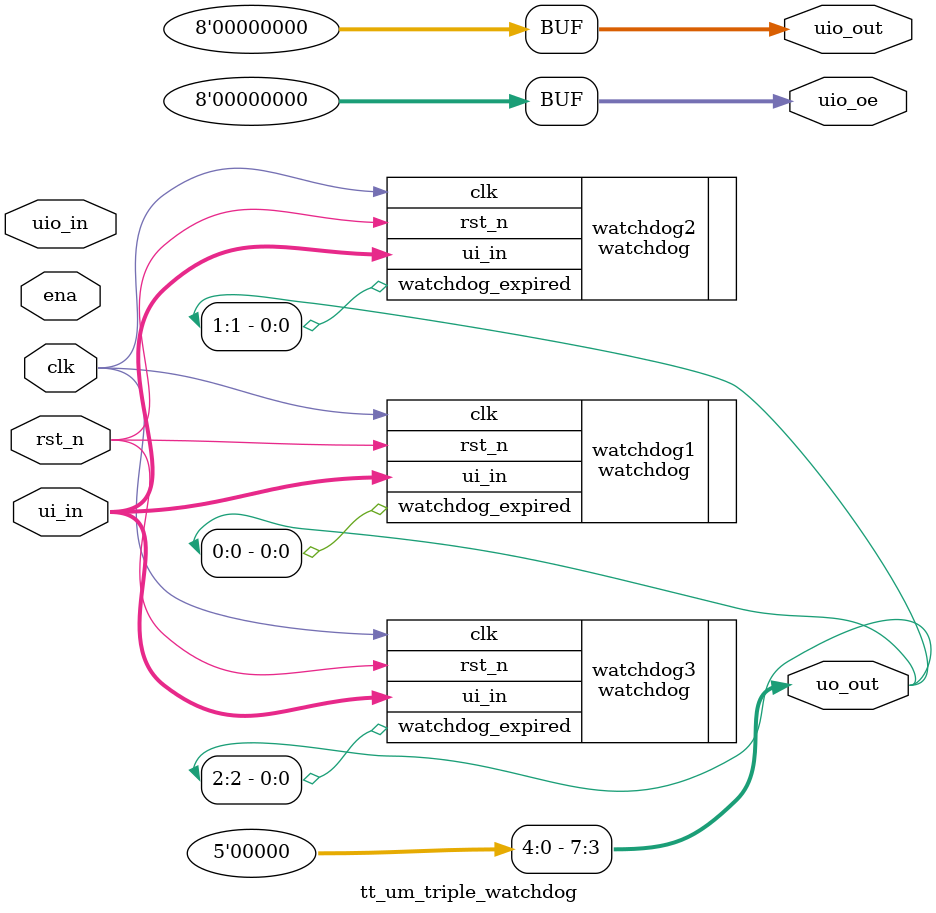
<source format=v>
`default_nettype none
`timescale 1ns/1ns

module tt_um_triple_watchdog (
    input  wire [7:0] ui_in,    // Dedicated inputs
    output wire [7:0] uo_out,   // Dedicated outputs
    input  wire [7:0] uio_in,   // IOs: Input path
    output wire [7:0] uio_out,  // IOs: Output path
    output wire [7:0] uio_oe,   // IOs: Enable path (active high: 0=input, 1=output)
    input  wire       ena,      // will go high when the design is enabled
    input  wire       clk,      // clock
    input  wire       rst_n     // reset_n - low to reset
);

// Instantiate three watchdog instances
watchdog watchdog1(
    .clk(clk),
    .rst_n(rst_n),
    .ui_in(ui_in),
    .watchdog_expired(uo_out[0])
);

watchdog watchdog2(
    .clk(clk),
    .rst_n(rst_n),
    .ui_in(ui_in),
    .watchdog_expired(uo_out[1])
);

watchdog watchdog3(
    .clk(clk),
    .rst_n(rst_n),
    .ui_in(ui_in),
    .watchdog_expired(uo_out[2])
);


assign uo_out[7:3] = 0; // Clear undriven bits while preserving driven bits
assign uio_out=0;
assign uio_oe=0;

endmodule

</source>
